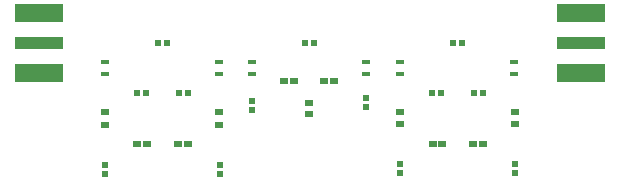
<source format=gtp>
G04*
G04 #@! TF.GenerationSoftware,Altium Limited,Altium Designer,24.9.1 (31)*
G04*
G04 Layer_Color=8421504*
%FSLAX44Y44*%
%MOMM*%
G71*
G04*
G04 #@! TF.SameCoordinates,4F6A3D44-4BAA-4EB1-AB99-C70FB7F5AA8B*
G04*
G04*
G04 #@! TF.FilePolarity,Positive*
G04*
G01*
G75*
%ADD14R,0.5153X0.4725*%
%ADD15R,0.4725X0.5153*%
%ADD16R,0.7725X0.6274*%
%ADD17R,0.6631X0.5955*%
%ADD18R,0.6600X0.4100*%
%ADD19R,0.7300X0.5100*%
%ADD20R,4.0600X1.0740*%
%ADD21R,4.0600X1.5200*%
D14*
X110958Y230539D02*
D03*
X103386D02*
D03*
X146393Y230460D02*
D03*
X138822D02*
D03*
X378373Y272780D02*
D03*
X370802D02*
D03*
X360840Y230558D02*
D03*
X353269D02*
D03*
X396268Y230619D02*
D03*
X388697D02*
D03*
X128507Y272500D02*
D03*
X120936D02*
D03*
X253037Y272628D02*
D03*
X245466D02*
D03*
D15*
X173423Y162212D02*
D03*
Y169783D02*
D03*
X76288Y162303D02*
D03*
Y169874D02*
D03*
X297582Y218411D02*
D03*
Y225982D02*
D03*
X200809Y216014D02*
D03*
Y223586D02*
D03*
X326209Y162727D02*
D03*
Y170298D02*
D03*
X423033Y162663D02*
D03*
Y170235D02*
D03*
D16*
X76255Y214014D02*
D03*
Y203563D02*
D03*
X173229D02*
D03*
Y214014D02*
D03*
X326206Y203948D02*
D03*
Y214399D02*
D03*
X423033Y214503D02*
D03*
Y204053D02*
D03*
D17*
X111935Y186974D02*
D03*
X103805D02*
D03*
X146173D02*
D03*
X138042D02*
D03*
X236297Y240635D02*
D03*
X228167D02*
D03*
X361963Y187274D02*
D03*
X353833D02*
D03*
X396192Y187257D02*
D03*
X388062D02*
D03*
X270224Y240635D02*
D03*
X262094D02*
D03*
D18*
X76211Y246483D02*
D03*
Y256583D02*
D03*
X173186Y246521D02*
D03*
Y256621D02*
D03*
X297538Y246483D02*
D03*
Y256583D02*
D03*
X326088Y246836D02*
D03*
Y256936D02*
D03*
X422989Y246827D02*
D03*
Y256927D02*
D03*
X200765Y246483D02*
D03*
Y256583D02*
D03*
D19*
X249175Y222238D02*
D03*
Y213038D02*
D03*
D20*
X478957Y272997D02*
D03*
X20207Y272498D02*
D03*
D21*
X478957Y298397D02*
D03*
Y247597D02*
D03*
X20207Y297898D02*
D03*
Y247098D02*
D03*
M02*

</source>
